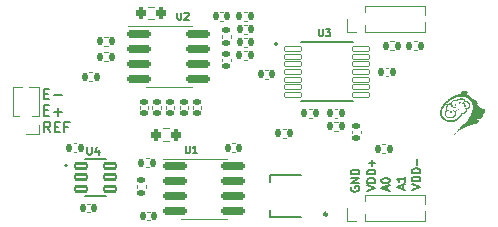
<source format=gto>
%TF.GenerationSoftware,KiCad,Pcbnew,(6.99.0)*%
%TF.CreationDate,2023-04-20T01:20:36-07:00*%
%TF.ProjectId,emg-analog-front-end,656d672d-616e-4616-9c6f-672d66726f6e,rev?*%
%TF.SameCoordinates,Original*%
%TF.FileFunction,Legend,Top*%
%TF.FilePolarity,Positive*%
%FSLAX46Y46*%
G04 Gerber Fmt 4.6, Leading zero omitted, Abs format (unit mm)*
G04 Created by KiCad (PCBNEW (6.99.0)) date 2023-04-20 01:20:36*
%MOMM*%
%LPD*%
G01*
G04 APERTURE LIST*
G04 Aperture macros list*
%AMRoundRect*
0 Rectangle with rounded corners*
0 $1 Rounding radius*
0 $2 $3 $4 $5 $6 $7 $8 $9 X,Y pos of 4 corners*
0 Add a 4 corners polygon primitive as box body*
4,1,4,$2,$3,$4,$5,$6,$7,$8,$9,$2,$3,0*
0 Add four circle primitives for the rounded corners*
1,1,$1+$1,$2,$3*
1,1,$1+$1,$4,$5*
1,1,$1+$1,$6,$7*
1,1,$1+$1,$8,$9*
0 Add four rect primitives between the rounded corners*
20,1,$1+$1,$2,$3,$4,$5,0*
20,1,$1+$1,$4,$5,$6,$7,0*
20,1,$1+$1,$6,$7,$8,$9,0*
20,1,$1+$1,$8,$9,$2,$3,0*%
G04 Aperture macros list end*
%ADD10C,0.175000*%
%ADD11C,0.200000*%
%ADD12C,0.150000*%
%ADD13C,0.127000*%
%ADD14C,0.120000*%
%ADD15C,0.240000*%
%ADD16RoundRect,0.020500X-0.714500X-0.184500X0.714500X-0.184500X0.714500X0.184500X-0.714500X0.184500X0*%
%ADD17RoundRect,0.135000X0.135000X0.185000X-0.135000X0.185000X-0.135000X-0.185000X0.135000X-0.185000X0*%
%ADD18RoundRect,0.135000X-0.135000X-0.185000X0.135000X-0.185000X0.135000X0.185000X-0.135000X0.185000X0*%
%ADD19RoundRect,0.140000X-0.140000X-0.170000X0.140000X-0.170000X0.140000X0.170000X-0.140000X0.170000X0*%
%ADD20RoundRect,0.140000X0.170000X-0.140000X0.170000X0.140000X-0.170000X0.140000X-0.170000X-0.140000X0*%
%ADD21RoundRect,0.200000X-0.200000X-0.275000X0.200000X-0.275000X0.200000X0.275000X-0.200000X0.275000X0*%
%ADD22RoundRect,0.090000X-0.520000X-0.210000X0.520000X-0.210000X0.520000X0.210000X-0.520000X0.210000X0*%
%ADD23RoundRect,0.140000X-0.170000X0.140000X-0.170000X-0.140000X0.170000X-0.140000X0.170000X0.140000X0*%
%ADD24C,2.200000*%
%ADD25R,1.000000X1.000000*%
%ADD26O,1.000000X1.000000*%
%ADD27C,3.500000*%
%ADD28RoundRect,0.140000X0.140000X0.170000X-0.140000X0.170000X-0.140000X-0.170000X0.140000X-0.170000X0*%
%ADD29RoundRect,0.150000X-0.825000X-0.150000X0.825000X-0.150000X0.825000X0.150000X-0.825000X0.150000X0*%
%ADD30RoundRect,0.135000X0.185000X-0.135000X0.185000X0.135000X-0.185000X0.135000X-0.185000X-0.135000X0*%
%ADD31R,1.200000X1.200000*%
%ADD32R,1.500000X1.600000*%
G04 APERTURE END LIST*
D10*
X33916666Y-16400000D02*
X33916666Y-16066666D01*
X34116666Y-16466666D02*
X33416666Y-16233333D01*
X34116666Y-16000000D01*
X34116666Y-15400000D02*
X34116666Y-15800000D01*
X34116666Y-15600000D02*
X33416666Y-15600000D01*
X33516666Y-15666666D01*
X33583333Y-15733333D01*
X33616666Y-15800000D01*
X30916666Y-16566666D02*
X31616666Y-16333333D01*
X30916666Y-16100000D01*
X31616666Y-15866666D02*
X30916666Y-15866666D01*
X30916666Y-15700000D01*
X30950000Y-15600000D01*
X31016666Y-15533333D01*
X31083333Y-15500000D01*
X31216666Y-15466666D01*
X31316666Y-15466666D01*
X31450000Y-15500000D01*
X31516666Y-15533333D01*
X31583333Y-15600000D01*
X31616666Y-15700000D01*
X31616666Y-15866666D01*
X31616666Y-15166666D02*
X30916666Y-15166666D01*
X30916666Y-15000000D01*
X30950000Y-14900000D01*
X31016666Y-14833333D01*
X31083333Y-14800000D01*
X31216666Y-14766666D01*
X31316666Y-14766666D01*
X31450000Y-14800000D01*
X31516666Y-14833333D01*
X31583333Y-14900000D01*
X31616666Y-15000000D01*
X31616666Y-15166666D01*
X31350000Y-14466666D02*
X31350000Y-13933333D01*
X31616666Y-14200000D02*
X31083333Y-14200000D01*
X32616666Y-16500000D02*
X32616666Y-16166666D01*
X32816666Y-16566666D02*
X32116666Y-16333333D01*
X32816666Y-16100000D01*
X32116666Y-15733333D02*
X32116666Y-15666666D01*
X32150000Y-15600000D01*
X32183333Y-15566666D01*
X32250000Y-15533333D01*
X32383333Y-15500000D01*
X32550000Y-15500000D01*
X32683333Y-15533333D01*
X32750000Y-15566666D01*
X32783333Y-15600000D01*
X32816666Y-15666666D01*
X32816666Y-15733333D01*
X32783333Y-15800000D01*
X32750000Y-15833333D01*
X32683333Y-15866666D01*
X32550000Y-15900000D01*
X32383333Y-15900000D01*
X32250000Y-15866666D01*
X32183333Y-15833333D01*
X32150000Y-15800000D01*
X32116666Y-15733333D01*
X34716666Y-16466666D02*
X35416666Y-16233333D01*
X34716666Y-16000000D01*
X35416666Y-15766666D02*
X34716666Y-15766666D01*
X34716666Y-15600000D01*
X34750000Y-15500000D01*
X34816666Y-15433333D01*
X34883333Y-15400000D01*
X35016666Y-15366666D01*
X35116666Y-15366666D01*
X35250000Y-15400000D01*
X35316666Y-15433333D01*
X35383333Y-15500000D01*
X35416666Y-15600000D01*
X35416666Y-15766666D01*
X35416666Y-15066666D02*
X34716666Y-15066666D01*
X34716666Y-14900000D01*
X34750000Y-14800000D01*
X34816666Y-14733333D01*
X34883333Y-14700000D01*
X35016666Y-14666666D01*
X35116666Y-14666666D01*
X35250000Y-14700000D01*
X35316666Y-14733333D01*
X35383333Y-14800000D01*
X35416666Y-14900000D01*
X35416666Y-15066666D01*
X35150000Y-14366666D02*
X35150000Y-13833333D01*
D11*
X3550000Y-8335714D02*
X3850000Y-8335714D01*
X3978571Y-8807142D02*
X3550000Y-8807142D01*
X3550000Y-7907142D01*
X3978571Y-7907142D01*
X4364285Y-8464285D02*
X5050000Y-8464285D01*
D10*
X29550000Y-16233333D02*
X29516666Y-16300000D01*
X29516666Y-16400000D01*
X29550000Y-16500000D01*
X29616666Y-16566666D01*
X29683333Y-16600000D01*
X29816666Y-16633333D01*
X29916666Y-16633333D01*
X30050000Y-16600000D01*
X30116666Y-16566666D01*
X30183333Y-16500000D01*
X30216666Y-16400000D01*
X30216666Y-16333333D01*
X30183333Y-16233333D01*
X30150000Y-16200000D01*
X29916666Y-16200000D01*
X29916666Y-16333333D01*
X30216666Y-15900000D02*
X29516666Y-15900000D01*
X30216666Y-15500000D01*
X29516666Y-15500000D01*
X30216666Y-15166666D02*
X29516666Y-15166666D01*
X29516666Y-15000000D01*
X29550000Y-14900000D01*
X29616666Y-14833333D01*
X29683333Y-14800000D01*
X29816666Y-14766666D01*
X29916666Y-14766666D01*
X30050000Y-14800000D01*
X30116666Y-14833333D01*
X30183333Y-14900000D01*
X30216666Y-15000000D01*
X30216666Y-15166666D01*
D11*
X4085714Y-11607142D02*
X3785714Y-11178571D01*
X3571428Y-11607142D02*
X3571428Y-10707142D01*
X3914285Y-10707142D01*
X4000000Y-10750000D01*
X4042857Y-10792857D01*
X4085714Y-10878571D01*
X4085714Y-11007142D01*
X4042857Y-11092857D01*
X4000000Y-11135714D01*
X3914285Y-11178571D01*
X3571428Y-11178571D01*
X4471428Y-11135714D02*
X4771428Y-11135714D01*
X4900000Y-11607142D02*
X4471428Y-11607142D01*
X4471428Y-10707142D01*
X4900000Y-10707142D01*
X5585714Y-11135714D02*
X5285714Y-11135714D01*
X5285714Y-11607142D02*
X5285714Y-10707142D01*
X5714285Y-10707142D01*
X3550000Y-9735714D02*
X3850000Y-9735714D01*
X3978571Y-10207142D02*
X3550000Y-10207142D01*
X3550000Y-9307142D01*
X3978571Y-9307142D01*
X4364285Y-9864285D02*
X5050000Y-9864285D01*
X4707142Y-10207142D02*
X4707142Y-9521428D01*
D12*
%TO.C,U3*%
X26842857Y-2871428D02*
X26842857Y-3357142D01*
X26871428Y-3414285D01*
X26900000Y-3442857D01*
X26957142Y-3471428D01*
X27071428Y-3471428D01*
X27128571Y-3442857D01*
X27157142Y-3414285D01*
X27185714Y-3357142D01*
X27185714Y-2871428D01*
X27414285Y-2871428D02*
X27785714Y-2871428D01*
X27585714Y-3100000D01*
X27671428Y-3100000D01*
X27728571Y-3128571D01*
X27757142Y-3157142D01*
X27785714Y-3214285D01*
X27785714Y-3357142D01*
X27757142Y-3414285D01*
X27728571Y-3442857D01*
X27671428Y-3471428D01*
X27500000Y-3471428D01*
X27442857Y-3442857D01*
X27414285Y-3414285D01*
%TO.C,U4*%
X7232380Y-12880773D02*
X7232380Y-13398869D01*
X7262857Y-13459821D01*
X7293333Y-13490297D01*
X7354285Y-13520773D01*
X7476190Y-13520773D01*
X7537142Y-13490297D01*
X7567619Y-13459821D01*
X7598095Y-13398869D01*
X7598095Y-12880773D01*
X8177142Y-13094107D02*
X8177142Y-13520773D01*
X8024761Y-12850297D02*
X7872380Y-13307440D01*
X8268571Y-13307440D01*
%TO.C,U2*%
X14842857Y-1471428D02*
X14842857Y-1957142D01*
X14871428Y-2014285D01*
X14900000Y-2042857D01*
X14957142Y-2071428D01*
X15071428Y-2071428D01*
X15128571Y-2042857D01*
X15157142Y-2014285D01*
X15185714Y-1957142D01*
X15185714Y-1471428D01*
X15442857Y-1528571D02*
X15471428Y-1500000D01*
X15528571Y-1471428D01*
X15671428Y-1471428D01*
X15728571Y-1500000D01*
X15757142Y-1528571D01*
X15785714Y-1585714D01*
X15785714Y-1642857D01*
X15757142Y-1728571D01*
X15414285Y-2071428D01*
X15785714Y-2071428D01*
%TO.C,U1*%
X15542857Y-12771428D02*
X15542857Y-13257142D01*
X15571428Y-13314285D01*
X15600000Y-13342857D01*
X15657142Y-13371428D01*
X15771428Y-13371428D01*
X15828571Y-13342857D01*
X15857142Y-13314285D01*
X15885714Y-13257142D01*
X15885714Y-12771428D01*
X16485714Y-13371428D02*
X16142857Y-13371428D01*
X16314285Y-13371428D02*
X16314285Y-12771428D01*
X16257142Y-12857142D01*
X16200000Y-12914285D01*
X16142857Y-12942857D01*
D11*
%TO.C,U3*%
X23290000Y-4140000D02*
G75*
G03*
X23290000Y-4140000I-100000J0D01*
G01*
D13*
X25330000Y-4000000D02*
X29730000Y-4000000D01*
X25330000Y-9000000D02*
X29730000Y-9000000D01*
D14*
%TO.C,R17*%
X32453641Y-13380000D02*
X32146359Y-13380000D01*
X32453641Y-12620000D02*
X32146359Y-12620000D01*
%TO.C,R16*%
X7653641Y-7280000D02*
X7346359Y-7280000D01*
X7653641Y-6520000D02*
X7346359Y-6520000D01*
%TO.C,R15*%
X23746359Y-11320000D02*
X24053641Y-11320000D01*
X23746359Y-12080000D02*
X24053641Y-12080000D01*
%TO.C,G\u002A\u002A\u002A*%
G36*
X38180340Y-9283884D02*
G01*
X38197353Y-9277653D01*
X38213108Y-9272898D01*
X38228474Y-9269451D01*
X38244319Y-9267142D01*
X38261511Y-9265802D01*
X38275590Y-9265335D01*
X38303333Y-9264828D01*
X38307877Y-9255608D01*
X38314512Y-9245111D01*
X38323455Y-9235344D01*
X38334088Y-9226792D01*
X38345794Y-9219938D01*
X38357957Y-9215265D01*
X38360120Y-9214699D01*
X38373604Y-9212805D01*
X38387649Y-9213306D01*
X38401483Y-9216074D01*
X38414336Y-9220982D01*
X38421087Y-9224792D01*
X38433039Y-9234141D01*
X38442736Y-9245045D01*
X38450140Y-9257175D01*
X38455213Y-9270203D01*
X38457917Y-9283802D01*
X38458217Y-9297644D01*
X38456072Y-9311400D01*
X38451447Y-9324743D01*
X38444304Y-9337345D01*
X38435218Y-9348264D01*
X38423740Y-9358121D01*
X38411420Y-9365237D01*
X38398038Y-9369696D01*
X38383374Y-9371580D01*
X38374146Y-9371524D01*
X38361404Y-9370072D01*
X38350121Y-9366856D01*
X38339233Y-9361517D01*
X38333337Y-9357757D01*
X38322095Y-9348360D01*
X38312759Y-9336974D01*
X38305616Y-9324054D01*
X38300950Y-9310057D01*
X38299799Y-9303984D01*
X38299159Y-9299457D01*
X38298486Y-9296208D01*
X38297349Y-9294090D01*
X38295316Y-9292953D01*
X38291953Y-9292649D01*
X38286829Y-9293031D01*
X38279511Y-9293951D01*
X38273034Y-9294811D01*
X38246291Y-9299714D01*
X38220751Y-9307223D01*
X38196533Y-9317278D01*
X38173759Y-9329818D01*
X38152548Y-9344782D01*
X38133023Y-9362110D01*
X38126811Y-9368504D01*
X38122191Y-9373552D01*
X38118421Y-9377880D01*
X38115901Y-9381014D01*
X38115028Y-9382460D01*
X38116082Y-9384417D01*
X38118992Y-9387907D01*
X38123386Y-9392557D01*
X38128889Y-9397993D01*
X38135126Y-9403840D01*
X38141724Y-9409726D01*
X38145848Y-9413244D01*
X38171286Y-9432633D01*
X38198708Y-9449938D01*
X38227981Y-9465106D01*
X38258973Y-9478085D01*
X38291550Y-9488823D01*
X38325579Y-9497267D01*
X38360928Y-9503366D01*
X38381767Y-9505787D01*
X38388630Y-9506516D01*
X38394286Y-9507249D01*
X38398174Y-9507903D01*
X38399737Y-9508396D01*
X38399745Y-9508424D01*
X38398380Y-9509154D01*
X38394608Y-9510277D01*
X38388914Y-9511686D01*
X38381784Y-9513274D01*
X38373702Y-9514932D01*
X38365154Y-9516554D01*
X38356626Y-9518031D01*
X38355717Y-9518179D01*
X38346956Y-9519245D01*
X38335897Y-9520046D01*
X38323162Y-9520585D01*
X38309377Y-9520862D01*
X38295165Y-9520877D01*
X38281150Y-9520630D01*
X38267958Y-9520123D01*
X38256211Y-9519356D01*
X38246535Y-9518328D01*
X38244912Y-9518093D01*
X38232275Y-9515849D01*
X38218095Y-9512816D01*
X38203331Y-9509236D01*
X38188943Y-9505350D01*
X38175890Y-9501399D01*
X38168596Y-9498917D01*
X38155198Y-9493600D01*
X38140458Y-9486909D01*
X38125312Y-9479320D01*
X38110698Y-9471304D01*
X38097554Y-9463338D01*
X38095215Y-9461813D01*
X38070049Y-9443555D01*
X38047231Y-9423638D01*
X38026811Y-9402135D01*
X38008839Y-9379121D01*
X37993363Y-9354671D01*
X37980434Y-9328858D01*
X37970101Y-9301756D01*
X37962414Y-9273440D01*
X37959595Y-9258948D01*
X37958388Y-9251322D01*
X37957405Y-9244116D01*
X37956749Y-9238168D01*
X37956526Y-9234456D01*
X37956221Y-9230581D01*
X37955453Y-9228296D01*
X37955033Y-9228035D01*
X37953135Y-9228479D01*
X37949049Y-9229689D01*
X37943368Y-9231482D01*
X37936681Y-9233678D01*
X37936321Y-9233798D01*
X37905588Y-9245469D01*
X37876705Y-9259334D01*
X37849448Y-9275533D01*
X37823594Y-9294205D01*
X37798920Y-9315486D01*
X37789193Y-9324898D01*
X37771723Y-9343279D01*
X37756499Y-9361414D01*
X37742999Y-9380028D01*
X37730697Y-9399844D01*
X37719069Y-9421585D01*
X37718953Y-9421817D01*
X37707526Y-9446733D01*
X37698484Y-9471094D01*
X37691588Y-9495660D01*
X37686596Y-9521190D01*
X37685736Y-9526968D01*
X37684709Y-9536827D01*
X37684057Y-9548651D01*
X37683770Y-9561718D01*
X37683837Y-9575306D01*
X37684247Y-9588695D01*
X37684990Y-9601162D01*
X37686056Y-9611986D01*
X37687088Y-9618744D01*
X37692415Y-9641557D01*
X37699612Y-9663972D01*
X37708363Y-9685078D01*
X37713929Y-9696182D01*
X37717219Y-9702033D01*
X37721154Y-9708624D01*
X37725398Y-9715441D01*
X37729616Y-9721968D01*
X37733473Y-9727689D01*
X37736634Y-9732090D01*
X37738763Y-9734656D01*
X37739203Y-9735025D01*
X37741164Y-9735501D01*
X37745400Y-9736126D01*
X37751262Y-9736813D01*
X37757217Y-9737398D01*
X37781889Y-9740188D01*
X37804911Y-9744049D01*
X37826790Y-9749155D01*
X37848036Y-9755681D01*
X37869158Y-9763800D01*
X37890663Y-9773686D01*
X37913062Y-9785513D01*
X37934394Y-9797954D01*
X37957025Y-9811661D01*
X37963013Y-9808351D01*
X37973383Y-9803968D01*
X37985390Y-9801106D01*
X37998095Y-9799879D01*
X38010559Y-9800398D01*
X38018166Y-9801745D01*
X38032085Y-9806579D01*
X38044759Y-9813888D01*
X38055904Y-9823372D01*
X38065235Y-9834732D01*
X38072469Y-9847670D01*
X38077321Y-9861887D01*
X38077932Y-9864622D01*
X38079422Y-9878929D01*
X38078169Y-9893202D01*
X38074344Y-9907030D01*
X38068116Y-9920004D01*
X38059652Y-9931712D01*
X38049123Y-9941742D01*
X38044948Y-9944803D01*
X38033844Y-9951395D01*
X38022900Y-9955677D01*
X38011054Y-9958008D01*
X38004139Y-9958570D01*
X37988627Y-9958147D01*
X37974525Y-9955200D01*
X37961612Y-9949644D01*
X37949670Y-9941395D01*
X37943068Y-9935310D01*
X37933359Y-9923511D01*
X37926212Y-9910491D01*
X37921705Y-9896554D01*
X37919920Y-9882009D01*
X37920001Y-9880820D01*
X37951410Y-9880820D01*
X37952931Y-9891710D01*
X37956976Y-9902259D01*
X37961616Y-9909550D01*
X37968250Y-9916232D01*
X37976966Y-9921954D01*
X37984851Y-9925450D01*
X37993431Y-9927305D01*
X38003117Y-9927458D01*
X38012663Y-9925964D01*
X38018744Y-9923905D01*
X38026364Y-9919374D01*
X38033796Y-9912936D01*
X38040069Y-9905511D01*
X38042858Y-9900995D01*
X38044745Y-9897034D01*
X38045909Y-9893317D01*
X38046518Y-9888918D01*
X38046742Y-9882908D01*
X38046762Y-9879656D01*
X38046654Y-9872513D01*
X38046200Y-9867364D01*
X38045244Y-9863278D01*
X38043629Y-9859319D01*
X38043228Y-9858489D01*
X38036980Y-9848999D01*
X38028435Y-9840917D01*
X38020784Y-9836058D01*
X38016551Y-9834029D01*
X38012689Y-9832804D01*
X38008194Y-9832187D01*
X38002065Y-9831982D01*
X37999820Y-9831972D01*
X37992940Y-9832088D01*
X37987940Y-9832585D01*
X37983774Y-9833660D01*
X37979392Y-9835512D01*
X37978304Y-9836038D01*
X37968646Y-9842295D01*
X37961031Y-9850325D01*
X37955556Y-9859704D01*
X37952317Y-9870010D01*
X37951410Y-9880820D01*
X37920001Y-9880820D01*
X37920936Y-9867160D01*
X37922884Y-9858376D01*
X37924350Y-9853046D01*
X37925496Y-9848699D01*
X37926087Y-9846226D01*
X37926101Y-9846149D01*
X37925012Y-9844563D01*
X37921637Y-9841858D01*
X37916310Y-9838236D01*
X37909366Y-9833900D01*
X37901138Y-9829050D01*
X37891964Y-9823889D01*
X37882175Y-9818618D01*
X37872108Y-9813440D01*
X37870768Y-9812770D01*
X37851389Y-9803814D01*
X37832394Y-9796552D01*
X37813045Y-9790772D01*
X37792602Y-9786265D01*
X37770327Y-9782820D01*
X37761979Y-9781829D01*
X37739877Y-9779382D01*
X37720019Y-9791878D01*
X37703273Y-9802775D01*
X37688585Y-9813162D01*
X37675270Y-9823567D01*
X37662641Y-9834517D01*
X37653691Y-9842937D01*
X37633423Y-9864283D01*
X37615976Y-9886329D01*
X37601299Y-9909163D01*
X37589341Y-9932875D01*
X37580052Y-9957552D01*
X37573380Y-9983284D01*
X37573183Y-9984256D01*
X37571119Y-9997922D01*
X37569925Y-10013389D01*
X37569598Y-10029699D01*
X37570136Y-10045896D01*
X37571539Y-10061025D01*
X37573324Y-10071914D01*
X37580227Y-10098165D01*
X37589916Y-10123675D01*
X37602289Y-10148231D01*
X37617244Y-10171619D01*
X37627347Y-10184920D01*
X37634328Y-10192996D01*
X37643045Y-10202207D01*
X37652867Y-10211952D01*
X37663165Y-10221627D01*
X37673306Y-10230632D01*
X37682663Y-10238363D01*
X37685810Y-10240788D01*
X37712882Y-10259375D01*
X37741979Y-10275974D01*
X37772859Y-10290466D01*
X37805286Y-10302732D01*
X37820158Y-10307447D01*
X37844751Y-10314046D01*
X37870067Y-10319438D01*
X37895556Y-10323559D01*
X37920666Y-10326343D01*
X37944844Y-10327728D01*
X37967539Y-10327649D01*
X37984191Y-10326496D01*
X38024226Y-10321186D01*
X38062290Y-10313750D01*
X38098460Y-10304169D01*
X38132810Y-10292420D01*
X38165417Y-10278482D01*
X38174467Y-10274074D01*
X38204611Y-10257627D01*
X38232218Y-10239765D01*
X38257276Y-10220496D01*
X38279775Y-10199833D01*
X38299703Y-10177783D01*
X38317052Y-10154359D01*
X38331809Y-10129569D01*
X38336621Y-10120032D01*
X38342579Y-10107065D01*
X38347304Y-10095285D01*
X38351182Y-10083567D01*
X38354599Y-10070785D01*
X38356782Y-10061247D01*
X38358117Y-10054872D01*
X38359112Y-10049293D01*
X38359819Y-10043885D01*
X38360288Y-10038026D01*
X38360568Y-10031090D01*
X38360710Y-10022455D01*
X38360764Y-10011741D01*
X38360749Y-10000536D01*
X38360619Y-9991644D01*
X38360333Y-9984442D01*
X38359847Y-9978310D01*
X38359118Y-9972624D01*
X38358105Y-9966765D01*
X38357468Y-9963522D01*
X38350266Y-9935265D01*
X38340204Y-9907574D01*
X38327312Y-9880492D01*
X38311616Y-9854059D01*
X38293147Y-9828317D01*
X38271931Y-9803307D01*
X38247998Y-9779070D01*
X38221376Y-9755649D01*
X38206909Y-9744136D01*
X38200516Y-9739199D01*
X38194735Y-9734709D01*
X38190071Y-9731060D01*
X38187025Y-9728645D01*
X38186362Y-9728103D01*
X38184373Y-9726329D01*
X38184692Y-9725880D01*
X38187601Y-9726394D01*
X38187675Y-9726409D01*
X38194105Y-9728049D01*
X38202551Y-9730685D01*
X38212366Y-9734078D01*
X38222904Y-9737988D01*
X38233519Y-9742173D01*
X38243564Y-9746395D01*
X38252394Y-9750414D01*
X38252693Y-9750557D01*
X38277396Y-9763308D01*
X38299769Y-9776745D01*
X38320406Y-9791279D01*
X38339900Y-9807324D01*
X38355922Y-9822367D01*
X38374472Y-9840764D01*
X38387476Y-9823215D01*
X38394626Y-9814163D01*
X38403488Y-9803877D01*
X38413503Y-9792935D01*
X38424110Y-9781917D01*
X38434752Y-9771400D01*
X38444867Y-9761962D01*
X38453897Y-9754183D01*
X38455515Y-9752884D01*
X38479101Y-9735377D01*
X38503356Y-9719748D01*
X38528949Y-9705606D01*
X38556550Y-9692561D01*
X38565219Y-9688846D01*
X38567095Y-9687698D01*
X38568092Y-9685732D01*
X38568208Y-9684650D01*
X38599811Y-9684650D01*
X38601135Y-9695513D01*
X38603962Y-9703760D01*
X38610252Y-9714028D01*
X38618290Y-9722081D01*
X38627768Y-9727799D01*
X38638379Y-9731061D01*
X38649813Y-9731745D01*
X38661762Y-9729733D01*
X38666442Y-9728211D01*
X38674655Y-9723810D01*
X38682317Y-9717175D01*
X38688709Y-9708999D01*
X38691534Y-9703866D01*
X38694794Y-9693688D01*
X38695732Y-9682658D01*
X38694348Y-9671719D01*
X38691534Y-9663593D01*
X38685262Y-9653464D01*
X38677065Y-9645416D01*
X38667264Y-9639656D01*
X38656183Y-9636388D01*
X38647772Y-9635693D01*
X38635980Y-9637080D01*
X38625243Y-9641104D01*
X38615882Y-9647560D01*
X38608219Y-9656243D01*
X38604011Y-9663593D01*
X38600770Y-9673692D01*
X38599811Y-9684650D01*
X38568208Y-9684650D01*
X38568476Y-9682141D01*
X38568521Y-9678779D01*
X38569732Y-9667821D01*
X38573132Y-9656210D01*
X38578370Y-9644761D01*
X38585093Y-9634291D01*
X38590260Y-9628225D01*
X38599059Y-9620582D01*
X38609554Y-9613788D01*
X38620509Y-9608624D01*
X38622432Y-9607929D01*
X38633008Y-9605401D01*
X38644985Y-9604338D01*
X38657221Y-9604739D01*
X38668572Y-9606604D01*
X38673112Y-9607929D01*
X38687073Y-9614194D01*
X38699248Y-9622659D01*
X38709451Y-9633065D01*
X38717499Y-9645153D01*
X38723208Y-9658664D01*
X38726393Y-9673340D01*
X38727023Y-9683730D01*
X38725638Y-9699042D01*
X38721606Y-9713364D01*
X38715110Y-9726438D01*
X38706335Y-9738003D01*
X38695465Y-9747802D01*
X38682685Y-9755574D01*
X38673112Y-9759530D01*
X38662751Y-9762017D01*
X38650984Y-9763101D01*
X38638943Y-9762782D01*
X38627760Y-9761058D01*
X38622663Y-9759607D01*
X38608990Y-9753479D01*
X38596807Y-9745121D01*
X38586527Y-9734857D01*
X38580733Y-9726791D01*
X38575452Y-9718236D01*
X38567217Y-9722900D01*
X38541660Y-9738533D01*
X38517281Y-9755746D01*
X38494337Y-9774288D01*
X38473087Y-9793908D01*
X38453787Y-9814354D01*
X38436695Y-9835376D01*
X38422069Y-9856722D01*
X38412206Y-9874077D01*
X38406489Y-9885184D01*
X38415552Y-9902718D01*
X38428047Y-9929486D01*
X38437732Y-9956145D01*
X38444693Y-9983071D01*
X38449016Y-10010640D01*
X38450787Y-10039225D01*
X38450676Y-10056504D01*
X38448759Y-10084338D01*
X38444630Y-10111014D01*
X38438155Y-10137061D01*
X38429200Y-10163009D01*
X38417631Y-10189389D01*
X38416594Y-10191524D01*
X38401394Y-10219294D01*
X38383596Y-10245919D01*
X38363352Y-10271277D01*
X38340815Y-10295249D01*
X38316135Y-10317715D01*
X38289466Y-10338552D01*
X38260960Y-10357642D01*
X38230768Y-10374864D01*
X38199044Y-10390096D01*
X38165938Y-10403218D01*
X38137720Y-10412364D01*
X38110772Y-10419518D01*
X38083827Y-10425156D01*
X38056133Y-10429399D01*
X38026939Y-10432371D01*
X38007159Y-10433661D01*
X37998040Y-10433934D01*
X37986598Y-10433954D01*
X37973430Y-10433749D01*
X37959137Y-10433341D01*
X37944315Y-10432758D01*
X37929563Y-10432023D01*
X37915481Y-10431163D01*
X37902666Y-10430203D01*
X37891718Y-10429167D01*
X37886814Y-10428588D01*
X37846765Y-10422054D01*
X37807744Y-10412987D01*
X37769902Y-10401448D01*
X37733387Y-10387498D01*
X37698347Y-10371198D01*
X37664931Y-10352609D01*
X37633288Y-10331792D01*
X37612370Y-10316004D01*
X37602705Y-10307885D01*
X37591942Y-10298157D01*
X37580689Y-10287421D01*
X37569556Y-10276283D01*
X37559150Y-10265345D01*
X37550080Y-10255210D01*
X37545313Y-10249495D01*
X37525577Y-10222780D01*
X37508534Y-10195156D01*
X37494208Y-10166737D01*
X37482620Y-10137640D01*
X37473794Y-10107981D01*
X37467753Y-10077877D01*
X37464519Y-10047443D01*
X37464115Y-10016797D01*
X37466563Y-9986053D01*
X37471887Y-9955330D01*
X37480108Y-9924742D01*
X37481217Y-9921309D01*
X37492396Y-9891810D01*
X37506201Y-9863391D01*
X37522667Y-9836003D01*
X37541828Y-9809598D01*
X37563719Y-9784125D01*
X37588376Y-9759537D01*
X37607558Y-9742606D01*
X37615954Y-9735546D01*
X37612950Y-9729657D01*
X37608146Y-9719249D01*
X37603155Y-9706666D01*
X37598219Y-9692640D01*
X37593575Y-9677901D01*
X37589464Y-9663179D01*
X37586125Y-9649205D01*
X37585370Y-9645572D01*
X37583278Y-9634684D01*
X37581658Y-9625061D01*
X37580455Y-9616047D01*
X37579613Y-9606984D01*
X37579077Y-9597217D01*
X37578791Y-9586088D01*
X37578699Y-9572943D01*
X37578703Y-9567054D01*
X37578776Y-9554265D01*
X37578952Y-9543804D01*
X37579266Y-9535065D01*
X37579751Y-9527442D01*
X37580444Y-9520328D01*
X37581380Y-9513117D01*
X37582069Y-9508506D01*
X37589082Y-9472756D01*
X37598848Y-9437909D01*
X37611292Y-9404078D01*
X37626341Y-9371372D01*
X37643921Y-9339903D01*
X37663960Y-9309782D01*
X37686384Y-9281118D01*
X37711118Y-9254023D01*
X37738090Y-9228608D01*
X37767225Y-9204982D01*
X37797962Y-9183573D01*
X37807561Y-9177750D01*
X37819217Y-9171259D01*
X37832232Y-9164443D01*
X37845906Y-9157646D01*
X37859542Y-9151212D01*
X37872440Y-9145484D01*
X37883903Y-9140804D01*
X37888273Y-9139180D01*
X37899702Y-9135277D01*
X37912003Y-9131391D01*
X37924418Y-9127737D01*
X37936190Y-9124534D01*
X37946560Y-9121997D01*
X37953103Y-9120637D01*
X37962173Y-9118966D01*
X37969133Y-9102159D01*
X37977787Y-9083447D01*
X37988436Y-9064011D01*
X38000570Y-9044659D01*
X38013679Y-9026198D01*
X38027254Y-9009437D01*
X38028611Y-9007893D01*
X38053480Y-8981977D01*
X38080115Y-8958393D01*
X38108522Y-8937138D01*
X38138710Y-8918207D01*
X38170686Y-8901596D01*
X38204460Y-8887299D01*
X38240038Y-8875314D01*
X38277429Y-8865634D01*
X38288151Y-8863351D01*
X38302859Y-8860550D01*
X38316604Y-8858372D01*
X38330092Y-8856757D01*
X38344026Y-8855639D01*
X38359109Y-8854958D01*
X38376046Y-8854649D01*
X38385803Y-8854614D01*
X38404765Y-8854786D01*
X38421528Y-8855335D01*
X38436816Y-8856336D01*
X38451349Y-8857865D01*
X38465851Y-8859995D01*
X38481042Y-8862803D01*
X38496776Y-8866168D01*
X38512006Y-8869591D01*
X38529849Y-8852345D01*
X38554534Y-8830420D01*
X38580907Y-8810773D01*
X38609168Y-8793264D01*
X38632362Y-8781143D01*
X38665023Y-8766888D01*
X38698894Y-8755098D01*
X38733742Y-8745764D01*
X38769335Y-8738878D01*
X38805441Y-8734432D01*
X38841828Y-8732418D01*
X38878263Y-8732827D01*
X38914516Y-8735650D01*
X38950352Y-8740881D01*
X38985541Y-8748510D01*
X39019850Y-8758529D01*
X39053048Y-8770931D01*
X39084901Y-8785706D01*
X39107209Y-8798008D01*
X39132395Y-8814318D01*
X39155965Y-8832417D01*
X39177698Y-8852072D01*
X39197372Y-8873053D01*
X39214769Y-8895125D01*
X39229667Y-8918059D01*
X39239955Y-8937537D01*
X39245825Y-8949922D01*
X39281048Y-8949999D01*
X39296620Y-8950153D01*
X39310017Y-8950599D01*
X39321988Y-8951424D01*
X39333285Y-8952715D01*
X39344660Y-8954558D01*
X39356865Y-8957041D01*
X39370650Y-8960248D01*
X39371306Y-8960408D01*
X39400096Y-8968682D01*
X39428808Y-8979372D01*
X39456888Y-8992206D01*
X39483782Y-9006914D01*
X39508934Y-9023223D01*
X39526255Y-9036288D01*
X39547248Y-9054910D01*
X39567193Y-9075944D01*
X39585742Y-9098953D01*
X39602548Y-9123499D01*
X39617261Y-9149142D01*
X39619631Y-9153782D01*
X39630294Y-9177146D01*
X39638936Y-9200847D01*
X39645802Y-9225655D01*
X39651124Y-9252251D01*
X39652234Y-9261111D01*
X39653058Y-9272253D01*
X39653594Y-9285035D01*
X39653843Y-9298820D01*
X39653806Y-9312966D01*
X39653483Y-9326834D01*
X39652874Y-9339785D01*
X39651979Y-9351178D01*
X39651071Y-9358653D01*
X39644805Y-9391065D01*
X39635872Y-9422305D01*
X39624320Y-9452285D01*
X39610197Y-9480918D01*
X39593552Y-9508115D01*
X39574432Y-9533789D01*
X39552887Y-9557851D01*
X39529049Y-9580143D01*
X39504080Y-9599706D01*
X39477335Y-9617221D01*
X39449188Y-9632499D01*
X39420013Y-9645351D01*
X39390182Y-9655589D01*
X39369286Y-9661058D01*
X39354791Y-9664364D01*
X39355733Y-9673313D01*
X39356958Y-9688397D01*
X39357613Y-9704310D01*
X39357680Y-9719967D01*
X39357142Y-9734285D01*
X39356744Y-9739499D01*
X39352527Y-9770103D01*
X39345482Y-9800069D01*
X39335667Y-9829313D01*
X39323137Y-9857754D01*
X39307947Y-9885308D01*
X39290153Y-9911894D01*
X39269810Y-9937428D01*
X39246974Y-9961827D01*
X39221701Y-9985010D01*
X39194047Y-10006893D01*
X39164066Y-10027395D01*
X39162171Y-10028594D01*
X39137611Y-10042966D01*
X39110863Y-10056612D01*
X39082644Y-10069224D01*
X39053672Y-10080492D01*
X39024665Y-10090108D01*
X39008805Y-10094621D01*
X39002319Y-10096250D01*
X38994405Y-10098082D01*
X38985625Y-10100004D01*
X38976539Y-10101902D01*
X38967709Y-10103664D01*
X38959695Y-10105178D01*
X38953059Y-10106329D01*
X38948361Y-10107005D01*
X38946626Y-10107136D01*
X38944853Y-10107518D01*
X38943018Y-10108940D01*
X38940791Y-10111813D01*
X38937842Y-10116551D01*
X38934619Y-10122179D01*
X38913250Y-10158910D01*
X38890278Y-10195978D01*
X38866103Y-10232800D01*
X38841124Y-10268793D01*
X38815741Y-10303374D01*
X38790353Y-10335958D01*
X38777637Y-10351494D01*
X38738538Y-10396411D01*
X38698311Y-10438672D01*
X38656973Y-10478265D01*
X38614541Y-10515180D01*
X38571032Y-10549406D01*
X38526463Y-10580933D01*
X38480852Y-10609749D01*
X38434217Y-10635844D01*
X38386573Y-10659207D01*
X38337939Y-10679827D01*
X38288332Y-10697693D01*
X38237768Y-10712796D01*
X38186266Y-10725123D01*
X38176668Y-10727092D01*
X38125807Y-10735770D01*
X38074535Y-10741575D01*
X38022968Y-10744526D01*
X37971221Y-10744636D01*
X37919411Y-10741924D01*
X37867651Y-10736403D01*
X37816059Y-10728092D01*
X37764748Y-10717005D01*
X37713835Y-10703159D01*
X37663434Y-10686570D01*
X37613662Y-10667253D01*
X37564634Y-10645226D01*
X37555133Y-10640598D01*
X37508542Y-10616127D01*
X37463842Y-10589592D01*
X37420717Y-10560782D01*
X37378849Y-10529489D01*
X37347981Y-10504179D01*
X37339423Y-10496640D01*
X37329377Y-10487377D01*
X37318275Y-10476821D01*
X37306549Y-10465404D01*
X37294629Y-10453556D01*
X37282949Y-10441709D01*
X37271938Y-10430294D01*
X37262029Y-10419742D01*
X37253654Y-10410485D01*
X37250016Y-10406288D01*
X37219278Y-10368097D01*
X37191389Y-10329222D01*
X37166348Y-10289666D01*
X37144159Y-10249433D01*
X37124823Y-10208526D01*
X37108340Y-10166949D01*
X37094714Y-10124705D01*
X37083945Y-10081798D01*
X37076034Y-10038231D01*
X37073574Y-10019813D01*
X37072627Y-10009769D01*
X37071873Y-9997469D01*
X37071317Y-9983525D01*
X37070962Y-9968547D01*
X37070811Y-9953145D01*
X37070870Y-9937930D01*
X37071142Y-9923512D01*
X37071631Y-9910502D01*
X37072341Y-9899510D01*
X37072768Y-9895066D01*
X37076117Y-9869415D01*
X37080554Y-9843564D01*
X37086207Y-9816892D01*
X37093204Y-9788776D01*
X37098793Y-9768520D01*
X37114499Y-9718155D01*
X37132992Y-9667165D01*
X37154215Y-9615646D01*
X37178109Y-9563693D01*
X37204618Y-9511402D01*
X37233682Y-9458868D01*
X37265244Y-9406186D01*
X37299247Y-9353452D01*
X37335631Y-9300761D01*
X37374340Y-9248209D01*
X37415315Y-9195891D01*
X37458499Y-9143903D01*
X37503833Y-9092339D01*
X37519894Y-9074739D01*
X37530985Y-9062866D01*
X37543818Y-9049412D01*
X37557979Y-9034791D01*
X37573057Y-9019417D01*
X37588639Y-9003703D01*
X37604313Y-8988063D01*
X37619666Y-8972911D01*
X37634286Y-8958660D01*
X37647760Y-8945724D01*
X37659677Y-8934516D01*
X37660068Y-8934154D01*
X37716773Y-8883112D01*
X37774515Y-8834104D01*
X37833191Y-8787184D01*
X37892702Y-8742408D01*
X37952945Y-8699830D01*
X38013819Y-8659507D01*
X38075224Y-8621493D01*
X38137057Y-8585844D01*
X38199219Y-8552614D01*
X38261607Y-8521859D01*
X38324121Y-8493635D01*
X38386659Y-8467995D01*
X38449121Y-8444997D01*
X38511405Y-8424694D01*
X38573409Y-8407142D01*
X38635033Y-8392396D01*
X38663660Y-8386486D01*
X38697480Y-8380204D01*
X38729679Y-8374966D01*
X38761321Y-8370625D01*
X38793468Y-8367034D01*
X38824256Y-8364279D01*
X38833240Y-8363549D01*
X38841155Y-8362885D01*
X38847563Y-8362326D01*
X38852024Y-8361911D01*
X38854100Y-8361678D01*
X38854194Y-8361654D01*
X38853986Y-8360219D01*
X38853241Y-8356591D01*
X38852098Y-8351435D01*
X38851524Y-8348934D01*
X38849947Y-8340018D01*
X38848751Y-8328985D01*
X38847955Y-8316634D01*
X38847580Y-8303762D01*
X38847646Y-8291165D01*
X38848174Y-8279642D01*
X38849184Y-8269988D01*
X38849469Y-8268216D01*
X38854687Y-8245826D01*
X38862254Y-8225132D01*
X38872181Y-8206127D01*
X38884476Y-8188804D01*
X38899149Y-8173156D01*
X38916208Y-8159176D01*
X38935663Y-8146857D01*
X38957522Y-8136193D01*
X38981795Y-8127176D01*
X39008491Y-8119800D01*
X39037619Y-8114056D01*
X39054428Y-8111623D01*
X39063787Y-8110703D01*
X39075544Y-8109983D01*
X39089168Y-8109462D01*
X39104126Y-8109140D01*
X39119889Y-8109018D01*
X39135925Y-8109095D01*
X39151703Y-8109371D01*
X39166692Y-8109846D01*
X39180361Y-8110519D01*
X39192180Y-8111390D01*
X39195192Y-8111680D01*
X39226827Y-8115638D01*
X39255795Y-8120750D01*
X39282141Y-8127039D01*
X39305908Y-8134530D01*
X39327139Y-8143246D01*
X39345877Y-8153211D01*
X39362165Y-8164449D01*
X39376048Y-8176985D01*
X39387567Y-8190842D01*
X39396767Y-8206044D01*
X39403691Y-8222615D01*
X39405355Y-8227939D01*
X39406645Y-8232755D01*
X39407564Y-8237299D01*
X39408170Y-8242229D01*
X39408525Y-8248200D01*
X39408689Y-8255870D01*
X39408723Y-8264547D01*
X39408607Y-8275996D01*
X39408233Y-8285188D01*
X39407554Y-8292790D01*
X39406520Y-8299474D01*
X39406011Y-8301971D01*
X39401505Y-8319323D01*
X39395274Y-8338146D01*
X39387588Y-8357754D01*
X39378717Y-8377465D01*
X39368931Y-8396594D01*
X39368105Y-8398099D01*
X39361805Y-8408988D01*
X39354070Y-8421506D01*
X39345329Y-8435018D01*
X39336011Y-8448888D01*
X39326546Y-8462480D01*
X39317363Y-8475157D01*
X39308891Y-8486282D01*
X39306866Y-8488833D01*
X39301619Y-8495401D01*
X39297075Y-8501143D01*
X39293528Y-8505683D01*
X39291272Y-8508645D01*
X39290587Y-8509650D01*
X39291761Y-8509212D01*
X39294904Y-8507595D01*
X39299450Y-8505097D01*
X39301961Y-8503674D01*
X39323974Y-8492475D01*
X39346510Y-8483678D01*
X39369305Y-8477314D01*
X39392097Y-8473411D01*
X39414622Y-8472001D01*
X39436617Y-8473113D01*
X39457820Y-8476778D01*
X39477966Y-8483024D01*
X39479176Y-8483497D01*
X39495320Y-8490767D01*
X39510549Y-8499502D01*
X39525164Y-8509950D01*
X39539464Y-8522362D01*
X39553750Y-8536986D01*
X39568323Y-8554072D01*
X39576057Y-8563940D01*
X39586564Y-8576639D01*
X39599388Y-8590359D01*
X39614214Y-8604817D01*
X39630729Y-8619731D01*
X39648618Y-8634818D01*
X39667568Y-8649796D01*
X39687265Y-8664384D01*
X39689800Y-8666191D01*
X39701442Y-8674362D01*
X39713262Y-8682457D01*
X39725455Y-8690595D01*
X39738213Y-8698893D01*
X39751733Y-8707467D01*
X39766207Y-8716435D01*
X39781829Y-8725915D01*
X39798795Y-8736024D01*
X39817298Y-8746879D01*
X39837531Y-8758597D01*
X39859690Y-8771297D01*
X39883969Y-8785094D01*
X39910561Y-8800107D01*
X39922496Y-8806820D01*
X39948540Y-8821485D01*
X39972193Y-8834877D01*
X39993649Y-8847112D01*
X40013100Y-8858307D01*
X40030741Y-8868580D01*
X40046764Y-8878048D01*
X40061363Y-8886828D01*
X40074731Y-8895038D01*
X40087063Y-8902794D01*
X40098550Y-8910214D01*
X40109388Y-8917416D01*
X40119768Y-8924516D01*
X40129885Y-8931633D01*
X40138134Y-8937573D01*
X40160480Y-8954578D01*
X40180116Y-8971196D01*
X40197207Y-8987642D01*
X40211916Y-9004130D01*
X40224406Y-9020877D01*
X40234842Y-9038097D01*
X40243387Y-9056005D01*
X40250205Y-9074817D01*
X40254527Y-9090671D01*
X40255884Y-9096651D01*
X40256882Y-9101897D01*
X40257577Y-9107048D01*
X40258021Y-9112743D01*
X40258270Y-9119623D01*
X40258377Y-9128325D01*
X40258397Y-9136309D01*
X40258288Y-9149413D01*
X40257877Y-9160408D01*
X40257061Y-9170115D01*
X40255731Y-9179352D01*
X40253784Y-9188942D01*
X40251113Y-9199703D01*
X40249406Y-9206021D01*
X40245875Y-9217563D01*
X40241387Y-9230244D01*
X40236211Y-9243449D01*
X40230613Y-9256563D01*
X40224862Y-9268972D01*
X40219223Y-9280060D01*
X40213966Y-9289212D01*
X40211758Y-9292591D01*
X40208229Y-9297707D01*
X40234088Y-9311083D01*
X40277784Y-9334931D01*
X40318870Y-9359940D01*
X40357468Y-9386203D01*
X40393701Y-9413812D01*
X40427691Y-9442859D01*
X40459561Y-9473437D01*
X40482324Y-9497627D01*
X40484029Y-9499459D01*
X40485913Y-9501325D01*
X40488130Y-9503330D01*
X40490834Y-9505579D01*
X40494178Y-9508178D01*
X40498318Y-9511232D01*
X40503406Y-9514847D01*
X40509597Y-9519130D01*
X40517045Y-9524184D01*
X40525904Y-9530116D01*
X40536328Y-9537032D01*
X40548470Y-9545036D01*
X40562485Y-9554235D01*
X40578527Y-9564734D01*
X40596750Y-9576639D01*
X40613545Y-9587601D01*
X40633530Y-9600640D01*
X40651207Y-9612165D01*
X40666725Y-9622271D01*
X40680234Y-9631047D01*
X40691884Y-9638587D01*
X40701824Y-9644982D01*
X40710205Y-9650324D01*
X40717175Y-9654706D01*
X40722885Y-9658219D01*
X40727484Y-9660955D01*
X40731121Y-9663006D01*
X40733947Y-9664464D01*
X40736111Y-9665421D01*
X40737763Y-9665969D01*
X40739052Y-9666201D01*
X40740128Y-9666207D01*
X40741141Y-9666080D01*
X40741228Y-9666066D01*
X40749518Y-9664621D01*
X40759908Y-9662623D01*
X40771650Y-9660230D01*
X40783997Y-9657600D01*
X40796200Y-9654892D01*
X40807511Y-9652263D01*
X40814272Y-9650612D01*
X40824404Y-9648134D01*
X40832252Y-9646416D01*
X40838355Y-9645425D01*
X40843256Y-9645125D01*
X40847494Y-9645482D01*
X40851610Y-9646462D01*
X40855955Y-9647958D01*
X40863014Y-9651699D01*
X40870533Y-9657573D01*
X40877885Y-9664983D01*
X40884443Y-9673335D01*
X40887230Y-9677678D01*
X40891621Y-9686148D01*
X40896065Y-9696583D01*
X40900208Y-9708043D01*
X40903698Y-9719588D01*
X40905160Y-9725413D01*
X40906638Y-9733768D01*
X40907811Y-9744225D01*
X40908647Y-9755964D01*
X40909115Y-9768164D01*
X40909183Y-9780005D01*
X40908818Y-9790667D01*
X40908021Y-9799109D01*
X40905245Y-9814237D01*
X40901307Y-9829237D01*
X40896454Y-9843377D01*
X40890930Y-9855923D01*
X40886063Y-9864524D01*
X40883732Y-9868223D01*
X40882130Y-9871274D01*
X40881087Y-9874389D01*
X40880431Y-9878282D01*
X40879990Y-9883665D01*
X40879594Y-9891250D01*
X40879584Y-9891463D01*
X40877477Y-9911994D01*
X40873266Y-9930972D01*
X40867035Y-9948254D01*
X40858866Y-9963698D01*
X40848843Y-9977163D01*
X40837050Y-9988507D01*
X40823570Y-9997589D01*
X40814619Y-10001929D01*
X40804942Y-10005296D01*
X40793953Y-10007992D01*
X40782991Y-10009741D01*
X40774464Y-10010274D01*
X40765653Y-10010274D01*
X40764240Y-10015777D01*
X40752054Y-10062256D01*
X40740106Y-10105833D01*
X40728386Y-10146531D01*
X40716885Y-10184375D01*
X40705596Y-10219386D01*
X40694508Y-10251590D01*
X40683614Y-10281008D01*
X40672904Y-10307664D01*
X40662369Y-10331581D01*
X40652002Y-10352783D01*
X40641793Y-10371293D01*
X40631732Y-10387133D01*
X40621813Y-10400329D01*
X40616816Y-10406036D01*
X40610696Y-10412179D01*
X40604672Y-10417088D01*
X40598058Y-10421162D01*
X40590168Y-10424802D01*
X40580317Y-10428409D01*
X40576217Y-10429758D01*
X40550372Y-10437537D01*
X40525653Y-10443779D01*
X40501316Y-10448606D01*
X40476618Y-10452139D01*
X40450813Y-10454498D01*
X40423158Y-10455806D01*
X40415291Y-10455995D01*
X40386521Y-10456101D01*
X40359190Y-10455207D01*
X40332648Y-10453236D01*
X40306246Y-10450108D01*
X40279336Y-10445744D01*
X40251269Y-10440066D01*
X40221394Y-10432996D01*
X40217625Y-10432042D01*
X40209288Y-10429972D01*
X40201958Y-10428254D01*
X40196095Y-10426988D01*
X40192160Y-10426272D01*
X40190622Y-10426200D01*
X40190352Y-10428160D01*
X40190751Y-10432375D01*
X40191714Y-10438273D01*
X40193133Y-10445278D01*
X40194905Y-10452815D01*
X40196888Y-10460194D01*
X40204275Y-10481723D01*
X40213441Y-10500994D01*
X40224541Y-10518194D01*
X40237730Y-10533512D01*
X40253164Y-10547132D01*
X40270997Y-10559244D01*
X40285475Y-10567169D01*
X40302998Y-10574879D01*
X40322501Y-10581582D01*
X40343143Y-10587081D01*
X40364081Y-10591177D01*
X40384473Y-10593671D01*
X40400993Y-10594384D01*
X40405365Y-10594610D01*
X40408240Y-10595193D01*
X40408909Y-10595735D01*
X40408321Y-10598646D01*
X40406689Y-10603714D01*
X40404212Y-10610434D01*
X40401091Y-10618306D01*
X40397526Y-10626825D01*
X40393715Y-10635489D01*
X40389858Y-10643795D01*
X40389666Y-10644196D01*
X40372443Y-10676697D01*
X40352580Y-10708130D01*
X40330229Y-10738332D01*
X40305541Y-10767141D01*
X40278669Y-10794393D01*
X40249765Y-10819925D01*
X40218981Y-10843574D01*
X40186468Y-10865177D01*
X40179961Y-10869124D01*
X40151100Y-10885512D01*
X40122669Y-10899852D01*
X40093636Y-10912639D01*
X40071358Y-10921319D01*
X40062760Y-10924429D01*
X40054970Y-10927037D01*
X40047569Y-10929216D01*
X40040138Y-10931040D01*
X40032258Y-10932581D01*
X40023509Y-10933914D01*
X40013473Y-10935110D01*
X40001731Y-10936244D01*
X39987862Y-10937388D01*
X39972843Y-10938515D01*
X39930516Y-10942502D01*
X39886335Y-10948435D01*
X39840271Y-10956321D01*
X39792298Y-10966167D01*
X39742389Y-10977980D01*
X39690516Y-10991768D01*
X39636652Y-11007538D01*
X39580771Y-11025297D01*
X39522844Y-11045052D01*
X39462845Y-11066811D01*
X39400747Y-11090581D01*
X39391853Y-11094083D01*
X39312266Y-11126277D01*
X39235017Y-11159066D01*
X39160198Y-11192407D01*
X39087901Y-11226257D01*
X39018220Y-11260570D01*
X38951246Y-11295304D01*
X38887074Y-11330415D01*
X38870850Y-11339606D01*
X38811547Y-11374320D01*
X38755126Y-11409145D01*
X38701538Y-11444121D01*
X38650728Y-11479290D01*
X38602647Y-11514690D01*
X38557243Y-11550363D01*
X38514463Y-11586350D01*
X38474257Y-11622689D01*
X38436572Y-11659423D01*
X38401358Y-11696590D01*
X38371842Y-11730318D01*
X38351337Y-11754045D01*
X38328786Y-11778925D01*
X38304048Y-11805110D01*
X38278890Y-11830831D01*
X38269165Y-11840558D01*
X38261261Y-11848318D01*
X38255213Y-11854076D01*
X38251058Y-11857801D01*
X38248832Y-11859457D01*
X38248573Y-11859011D01*
X38248721Y-11858734D01*
X38251190Y-11854627D01*
X38255069Y-11848433D01*
X38260129Y-11840501D01*
X38266142Y-11831180D01*
X38272877Y-11820819D01*
X38280108Y-11809767D01*
X38287605Y-11798371D01*
X38295140Y-11786982D01*
X38302484Y-11775947D01*
X38309409Y-11765616D01*
X38315685Y-11756338D01*
X38319427Y-11750864D01*
X38368012Y-11681608D01*
X38417811Y-11613388D01*
X38468665Y-11546393D01*
X38520411Y-11480813D01*
X38572889Y-11416836D01*
X38625937Y-11354653D01*
X38679394Y-11294454D01*
X38733098Y-11236426D01*
X38786889Y-11180761D01*
X38840605Y-11127646D01*
X38888507Y-11082408D01*
X38894343Y-11077013D01*
X38900748Y-11071078D01*
X38906418Y-11065814D01*
X38906852Y-11065410D01*
X38923096Y-11050591D01*
X38941397Y-11034423D01*
X38961385Y-11017211D01*
X38982691Y-10999259D01*
X39004949Y-10980872D01*
X39027788Y-10962356D01*
X39050840Y-10944015D01*
X39073736Y-10926153D01*
X39093193Y-10911279D01*
X39112925Y-10896196D01*
X39130823Y-10882156D01*
X39147375Y-10868734D01*
X39163071Y-10855502D01*
X39178399Y-10842034D01*
X39193849Y-10827903D01*
X39209909Y-10812683D01*
X39227068Y-10795947D01*
X39239319Y-10783778D01*
X39284750Y-10736630D01*
X39329401Y-10686796D01*
X39373147Y-10634450D01*
X39415864Y-10579766D01*
X39457428Y-10522920D01*
X39497714Y-10464086D01*
X39536599Y-10403438D01*
X39573959Y-10341150D01*
X39609668Y-10277398D01*
X39637805Y-10223812D01*
X39668304Y-10161774D01*
X39696408Y-10100113D01*
X39722106Y-10038891D01*
X39745389Y-9978166D01*
X39766247Y-9917999D01*
X39784668Y-9858450D01*
X39800645Y-9799580D01*
X39814165Y-9741449D01*
X39825221Y-9684117D01*
X39833800Y-9627644D01*
X39839894Y-9572091D01*
X39843492Y-9517518D01*
X39844585Y-9463985D01*
X39843162Y-9411552D01*
X39839213Y-9360280D01*
X39832729Y-9310229D01*
X39823699Y-9261459D01*
X39812113Y-9214030D01*
X39808040Y-9199740D01*
X39793198Y-9154553D01*
X39775694Y-9110568D01*
X39755573Y-9067871D01*
X39732878Y-9026545D01*
X39707656Y-8986674D01*
X39679952Y-8948342D01*
X39660598Y-8924249D01*
X39652755Y-8915199D01*
X39643221Y-8904716D01*
X39632499Y-8893316D01*
X39621095Y-8881514D01*
X39609512Y-8869827D01*
X39598255Y-8858770D01*
X39587828Y-8848858D01*
X39579383Y-8841179D01*
X39542761Y-8810546D01*
X39504290Y-8781703D01*
X39463769Y-8754517D01*
X39421002Y-8728854D01*
X39375787Y-8704582D01*
X39373507Y-8703427D01*
X39323599Y-8679851D01*
X39272607Y-8658995D01*
X39220556Y-8640862D01*
X39167473Y-8625457D01*
X39113386Y-8612783D01*
X39058319Y-8602843D01*
X39002300Y-8595640D01*
X38945356Y-8591179D01*
X38887511Y-8589463D01*
X38828794Y-8590495D01*
X38769230Y-8594279D01*
X38708846Y-8600818D01*
X38655584Y-8608764D01*
X38592769Y-8620733D01*
X38529648Y-8635579D01*
X38466307Y-8653272D01*
X38402829Y-8673781D01*
X38339299Y-8697075D01*
X38275801Y-8723121D01*
X38212418Y-8751890D01*
X38149236Y-8783350D01*
X38086339Y-8817469D01*
X38075403Y-8823691D01*
X38040029Y-8844509D01*
X38003859Y-8866852D01*
X37967394Y-8890376D01*
X37931133Y-8914737D01*
X37895578Y-8939591D01*
X37861229Y-8964593D01*
X37828585Y-8989401D01*
X37798149Y-9013670D01*
X37793770Y-9017271D01*
X37773374Y-9034226D01*
X37754860Y-9049867D01*
X37737753Y-9064626D01*
X37721576Y-9078933D01*
X37705852Y-9093221D01*
X37690103Y-9107919D01*
X37673853Y-9123460D01*
X37656626Y-9140274D01*
X37644658Y-9152111D01*
X37629181Y-9167545D01*
X37615500Y-9181332D01*
X37603268Y-9193835D01*
X37592143Y-9205416D01*
X37581778Y-9216437D01*
X37571830Y-9227260D01*
X37561953Y-9238248D01*
X37552196Y-9249316D01*
X37512859Y-9295822D01*
X37475863Y-9342684D01*
X37441256Y-9389812D01*
X37409092Y-9437115D01*
X37379421Y-9484501D01*
X37352293Y-9531878D01*
X37327761Y-9579156D01*
X37305876Y-9626243D01*
X37286687Y-9673049D01*
X37270247Y-9719482D01*
X37256607Y-9765450D01*
X37251378Y-9786038D01*
X37242624Y-9828285D01*
X37236775Y-9870206D01*
X37233830Y-9911883D01*
X37233787Y-9953400D01*
X37236645Y-9994839D01*
X37242401Y-10036282D01*
X37246273Y-10056585D01*
X37256134Y-10096923D01*
X37268740Y-10136431D01*
X37283995Y-10175010D01*
X37301802Y-10212563D01*
X37322064Y-10248993D01*
X37344686Y-10284202D01*
X37369569Y-10318092D01*
X37396618Y-10350566D01*
X37425735Y-10381526D01*
X37456824Y-10410874D01*
X37489788Y-10438512D01*
X37524531Y-10464344D01*
X37560956Y-10488271D01*
X37598965Y-10510196D01*
X37638464Y-10530022D01*
X37679353Y-10547649D01*
X37721538Y-10562982D01*
X37759132Y-10574355D01*
X37804867Y-10585414D01*
X37851365Y-10593692D01*
X37898453Y-10599190D01*
X37945958Y-10601912D01*
X37993707Y-10601858D01*
X38041527Y-10599030D01*
X38089247Y-10593429D01*
X38136692Y-10585058D01*
X38183691Y-10573918D01*
X38197168Y-10570182D01*
X38245954Y-10554742D01*
X38293967Y-10536577D01*
X38341255Y-10515660D01*
X38387869Y-10491964D01*
X38433858Y-10465463D01*
X38479274Y-10436130D01*
X38524164Y-10403939D01*
X38553056Y-10381494D01*
X38567921Y-10369435D01*
X38581853Y-10357775D01*
X38595299Y-10346110D01*
X38608708Y-10334032D01*
X38622526Y-10321137D01*
X38637201Y-10307017D01*
X38653180Y-10291266D01*
X38660318Y-10284137D01*
X38685860Y-10258012D01*
X38710148Y-10232035D01*
X38733500Y-10205817D01*
X38756231Y-10178973D01*
X38778657Y-10151115D01*
X38801094Y-10121856D01*
X38823859Y-10090810D01*
X38847266Y-10057591D01*
X38857425Y-10042809D01*
X38863219Y-10034238D01*
X38867505Y-10027668D01*
X38870493Y-10022717D01*
X38872394Y-10019006D01*
X38873417Y-10016156D01*
X38873775Y-10013786D01*
X38873785Y-10013296D01*
X38873785Y-10007752D01*
X38893231Y-10006711D01*
X38929982Y-10003413D01*
X38965364Y-9997526D01*
X38999405Y-9989040D01*
X39032136Y-9977945D01*
X39063586Y-9964231D01*
X39093786Y-9947890D01*
X39112272Y-9936182D01*
X39137871Y-9917569D01*
X39161140Y-9897672D01*
X39182002Y-9876596D01*
X39200379Y-9854443D01*
X39216197Y-9831319D01*
X39229376Y-9807328D01*
X39239842Y-9782573D01*
X39247517Y-9757159D01*
X39249036Y-9750506D01*
X39250078Y-9744847D01*
X39250812Y-9738798D01*
X39251277Y-9731751D01*
X39251509Y-9723094D01*
X39251548Y-9712217D01*
X39251538Y-9710147D01*
X39251380Y-9699183D01*
X39250981Y-9689332D01*
X39250257Y-9680110D01*
X39249125Y-9671032D01*
X39247499Y-9661612D01*
X39245296Y-9651365D01*
X39242431Y-9639806D01*
X39238820Y-9626451D01*
X39234379Y-9610813D01*
X39234167Y-9610079D01*
X39231248Y-9599913D01*
X39228616Y-9590652D01*
X39226377Y-9582676D01*
X39224638Y-9576365D01*
X39223503Y-9572098D01*
X39223078Y-9570254D01*
X39223077Y-9570235D01*
X39224457Y-9569629D01*
X39228247Y-9569010D01*
X39233923Y-9568443D01*
X39240960Y-9567991D01*
X39241789Y-9567951D01*
X39260240Y-9567076D01*
X39275996Y-9566277D01*
X39289298Y-9565539D01*
X39300384Y-9564846D01*
X39309494Y-9564181D01*
X39316868Y-9563528D01*
X39322744Y-9562870D01*
X39327362Y-9562192D01*
X39328011Y-9562079D01*
X39355634Y-9555759D01*
X39381942Y-9547008D01*
X39406809Y-9535957D01*
X39430108Y-9522733D01*
X39451713Y-9507468D01*
X39471498Y-9490291D01*
X39489336Y-9471331D01*
X39505102Y-9450719D01*
X39518668Y-9428583D01*
X39529909Y-9405054D01*
X39538698Y-9380262D01*
X39544908Y-9354335D01*
X39547534Y-9336668D01*
X39548467Y-9317622D01*
X39547060Y-9297386D01*
X39543295Y-9275806D01*
X39537149Y-9252730D01*
X39535485Y-9247467D01*
X39531304Y-9236018D01*
X39525852Y-9223202D01*
X39519605Y-9210012D01*
X39513036Y-9197441D01*
X39506622Y-9186481D01*
X39505407Y-9184582D01*
X39488846Y-9161792D01*
X39470164Y-9140940D01*
X39449524Y-9122121D01*
X39427089Y-9105429D01*
X39403020Y-9090958D01*
X39377480Y-9078801D01*
X39350632Y-9069054D01*
X39322639Y-9061810D01*
X39293662Y-9057163D01*
X39283699Y-9056198D01*
X39272234Y-9055447D01*
X39262662Y-9055255D01*
X39253993Y-9055622D01*
X39248476Y-9056147D01*
X39243147Y-9056884D01*
X39235669Y-9058101D01*
X39226588Y-9059691D01*
X39216447Y-9061550D01*
X39205790Y-9063572D01*
X39195162Y-9065652D01*
X39185106Y-9067685D01*
X39176167Y-9069565D01*
X39168888Y-9071187D01*
X39163813Y-9072446D01*
X39162905Y-9072705D01*
X39159698Y-9073812D01*
X39154898Y-9075640D01*
X39149105Y-9077940D01*
X39142920Y-9080463D01*
X39136942Y-9082961D01*
X39131775Y-9085185D01*
X39128017Y-9086886D01*
X39126270Y-9087817D01*
X39126214Y-9087889D01*
X39126839Y-9089273D01*
X39128603Y-9092954D01*
X39131346Y-9098598D01*
X39134903Y-9105872D01*
X39139112Y-9114444D01*
X39143811Y-9123979D01*
X39144946Y-9126276D01*
X39154583Y-9146038D01*
X39162917Y-9163747D01*
X39170133Y-9179879D01*
X39176412Y-9194912D01*
X39181939Y-9209325D01*
X39186897Y-9223595D01*
X39191467Y-9238201D01*
X39195835Y-9253619D01*
X39200182Y-9270327D01*
X39200245Y-9270582D01*
X39202376Y-9279023D01*
X39204266Y-9286417D01*
X39205800Y-9292318D01*
X39206862Y-9296283D01*
X39207338Y-9297867D01*
X39207344Y-9297877D01*
X39208818Y-9298355D01*
X39212357Y-9299328D01*
X39216903Y-9300509D01*
X39228216Y-9304095D01*
X39237922Y-9308902D01*
X39246982Y-9315487D01*
X39253929Y-9321926D01*
X39263508Y-9332861D01*
X39270397Y-9344023D01*
X39274825Y-9355956D01*
X39277021Y-9369205D01*
X39277361Y-9377791D01*
X39276081Y-9393297D01*
X39272176Y-9407505D01*
X39265615Y-9420489D01*
X39256367Y-9432324D01*
X39253899Y-9434851D01*
X39242383Y-9444237D01*
X39229667Y-9451141D01*
X39216116Y-9455562D01*
X39202098Y-9457500D01*
X39187976Y-9456956D01*
X39174118Y-9453929D01*
X39160888Y-9448419D01*
X39148653Y-9440427D01*
X39142356Y-9434851D01*
X39133778Y-9424822D01*
X39126768Y-9413438D01*
X39121894Y-9401657D01*
X39121153Y-9399064D01*
X39119695Y-9390820D01*
X39119025Y-9381092D01*
X39119066Y-9377732D01*
X39150450Y-9377732D01*
X39150590Y-9384550D01*
X39151181Y-9389560D01*
X39152437Y-9393881D01*
X39154398Y-9398279D01*
X39160805Y-9408247D01*
X39169008Y-9416175D01*
X39178602Y-9421898D01*
X39189183Y-9425251D01*
X39200348Y-9426070D01*
X39211692Y-9424192D01*
X39215243Y-9423013D01*
X39224418Y-9418169D01*
X39232766Y-9411092D01*
X39239528Y-9402483D01*
X39241771Y-9398461D01*
X39243880Y-9393710D01*
X39245109Y-9389382D01*
X39245677Y-9384349D01*
X39245805Y-9377732D01*
X39245641Y-9370900D01*
X39245025Y-9365855D01*
X39243733Y-9361461D01*
X39241724Y-9356949D01*
X39235616Y-9347546D01*
X39227629Y-9339956D01*
X39218240Y-9334354D01*
X39207923Y-9330912D01*
X39197154Y-9329807D01*
X39186409Y-9331211D01*
X39178872Y-9333912D01*
X39168249Y-9340317D01*
X39159873Y-9348504D01*
X39154531Y-9356949D01*
X39152408Y-9361762D01*
X39151169Y-9366165D01*
X39150591Y-9371295D01*
X39150450Y-9377732D01*
X39119066Y-9377732D01*
X39119146Y-9371073D01*
X39120063Y-9361959D01*
X39121008Y-9357378D01*
X39125815Y-9344564D01*
X39133050Y-9332319D01*
X39142205Y-9321333D01*
X39152776Y-9312299D01*
X39155200Y-9310668D01*
X39159461Y-9307543D01*
X39162201Y-9304742D01*
X39162888Y-9303205D01*
X39162481Y-9300396D01*
X39161370Y-9295279D01*
X39159690Y-9288358D01*
X39157577Y-9280140D01*
X39155166Y-9271128D01*
X39152592Y-9261828D01*
X39149990Y-9252745D01*
X39147496Y-9244383D01*
X39145245Y-9237248D01*
X39145111Y-9236841D01*
X39142133Y-9228278D01*
X39138410Y-9218244D01*
X39134401Y-9207946D01*
X39130565Y-9198589D01*
X39130293Y-9197949D01*
X39127417Y-9191393D01*
X39123777Y-9183380D01*
X39119571Y-9174320D01*
X39114997Y-9164622D01*
X39110252Y-9154696D01*
X39105536Y-9144950D01*
X39101047Y-9135794D01*
X39096982Y-9127638D01*
X39093539Y-9120890D01*
X39090918Y-9115961D01*
X39089315Y-9113259D01*
X39089248Y-9113165D01*
X39088221Y-9112153D01*
X39086873Y-9112021D01*
X39084741Y-9112998D01*
X39081361Y-9115315D01*
X39076270Y-9119200D01*
X39074846Y-9120311D01*
X39051717Y-9140192D01*
X39030883Y-9161900D01*
X39012353Y-9185420D01*
X38996137Y-9210737D01*
X38982246Y-9237835D01*
X38970689Y-9266698D01*
X38961962Y-9295431D01*
X38959688Y-9304049D01*
X38958001Y-9309815D01*
X38956750Y-9312718D01*
X38955788Y-9312748D01*
X38954964Y-9309896D01*
X38954130Y-9304150D01*
X38953136Y-9295499D01*
X38953059Y-9294812D01*
X38951581Y-9268442D01*
X38952893Y-9241690D01*
X38956920Y-9214813D01*
X38963588Y-9188069D01*
X38972822Y-9161716D01*
X38984548Y-9136012D01*
X38998692Y-9111214D01*
X39011637Y-9092281D01*
X39015200Y-9087239D01*
X39017845Y-9083068D01*
X39019245Y-9080315D01*
X39019326Y-9079540D01*
X39017343Y-9078629D01*
X39012996Y-9077263D01*
X39006798Y-9075567D01*
X38999264Y-9073667D01*
X38990907Y-9071688D01*
X38982241Y-9069756D01*
X38973779Y-9067997D01*
X38966244Y-9066573D01*
X38953944Y-9064816D01*
X38939881Y-9063510D01*
X38924840Y-9062672D01*
X38909600Y-9062321D01*
X38894946Y-9062476D01*
X38881657Y-9063156D01*
X38871138Y-9064287D01*
X38864474Y-9065384D01*
X38856932Y-9066815D01*
X38849087Y-9068449D01*
X38841517Y-9070153D01*
X38834799Y-9071793D01*
X38829510Y-9073238D01*
X38826227Y-9074356D01*
X38825501Y-9074767D01*
X38825558Y-9076405D01*
X38826388Y-9079982D01*
X38827540Y-9083860D01*
X38829462Y-9092134D01*
X38830636Y-9102005D01*
X38830994Y-9112237D01*
X38830469Y-9121594D01*
X38829814Y-9125759D01*
X38825648Y-9138882D01*
X38818962Y-9151253D01*
X38810151Y-9162478D01*
X38799607Y-9172164D01*
X38787725Y-9179918D01*
X38774898Y-9185347D01*
X38768502Y-9187015D01*
X38759908Y-9188047D01*
X38749824Y-9188101D01*
X38739445Y-9187257D01*
X38729963Y-9185592D01*
X38724940Y-9184141D01*
X38711336Y-9177822D01*
X38699423Y-9169264D01*
X38689410Y-9158765D01*
X38681509Y-9146619D01*
X38675927Y-9133123D01*
X38672874Y-9118571D01*
X38672346Y-9109892D01*
X38672590Y-9106789D01*
X38703723Y-9106789D01*
X38704221Y-9116745D01*
X38706412Y-9125598D01*
X38711694Y-9135609D01*
X38719248Y-9144299D01*
X38728530Y-9151184D01*
X38738999Y-9155781D01*
X38740793Y-9156284D01*
X38749250Y-9157269D01*
X38758789Y-9156430D01*
X38768317Y-9153918D01*
X38773206Y-9151852D01*
X38782236Y-9146288D01*
X38789300Y-9139231D01*
X38795008Y-9130048D01*
X38795853Y-9128305D01*
X38798982Y-9118450D01*
X38799861Y-9107674D01*
X38798500Y-9096929D01*
X38795483Y-9088315D01*
X38789753Y-9079437D01*
X38781928Y-9071606D01*
X38772836Y-9065576D01*
X38768412Y-9063598D01*
X38758619Y-9061239D01*
X38748070Y-9060967D01*
X38737828Y-9062727D01*
X38730692Y-9065500D01*
X38722406Y-9071059D01*
X38714774Y-9078516D01*
X38708799Y-9086855D01*
X38707855Y-9088612D01*
X38704949Y-9097040D01*
X38703723Y-9106789D01*
X38672590Y-9106789D01*
X38673566Y-9094358D01*
X38677473Y-9080004D01*
X38684064Y-9066837D01*
X38693335Y-9054865D01*
X38695470Y-9052656D01*
X38706781Y-9043291D01*
X38719402Y-9036273D01*
X38732933Y-9031646D01*
X38746974Y-9029459D01*
X38761125Y-9029757D01*
X38774983Y-9032586D01*
X38788150Y-9037994D01*
X38793705Y-9041257D01*
X38802224Y-9046785D01*
X38814889Y-9040626D01*
X38838536Y-9030733D01*
X38863456Y-9023361D01*
X38889415Y-9018511D01*
X38916179Y-9016184D01*
X38943512Y-9016384D01*
X38971182Y-9019110D01*
X38998952Y-9024366D01*
X39026589Y-9032153D01*
X39045100Y-9038861D01*
X39055712Y-9043063D01*
X39068582Y-9032678D01*
X39085194Y-9020130D01*
X39102979Y-9008228D01*
X39120795Y-8997716D01*
X39128209Y-8993795D01*
X39134480Y-8990589D01*
X39139743Y-8987864D01*
X39143476Y-8985894D01*
X39145157Y-8984952D01*
X39145190Y-8984927D01*
X39145116Y-8983155D01*
X39143544Y-8979469D01*
X39140744Y-8974297D01*
X39136986Y-8968068D01*
X39132541Y-8961210D01*
X39127679Y-8954151D01*
X39122671Y-8947320D01*
X39117787Y-8941144D01*
X39116753Y-8939913D01*
X39102562Y-8925084D01*
X39085828Y-8910838D01*
X39066916Y-8897374D01*
X39046194Y-8884891D01*
X39024029Y-8873588D01*
X39000786Y-8863664D01*
X38976832Y-8855318D01*
X38952534Y-8848749D01*
X38946432Y-8847405D01*
X38933422Y-8844765D01*
X38921963Y-8842690D01*
X38911390Y-8841115D01*
X38901033Y-8839978D01*
X38890227Y-8839214D01*
X38878303Y-8838760D01*
X38864596Y-8838552D01*
X38853238Y-8838519D01*
X38840269Y-8838559D01*
X38829684Y-8838683D01*
X38820936Y-8838920D01*
X38813473Y-8839300D01*
X38806747Y-8839852D01*
X38800208Y-8840606D01*
X38793307Y-8841591D01*
X38791928Y-8841803D01*
X38759489Y-8848034D01*
X38728648Y-8856351D01*
X38699552Y-8866697D01*
X38672348Y-8879013D01*
X38647181Y-8893241D01*
X38626168Y-8907805D01*
X38615209Y-8916523D01*
X38605526Y-8925082D01*
X38596650Y-8933999D01*
X38588115Y-8943791D01*
X38579455Y-8954973D01*
X38570202Y-8968063D01*
X38565859Y-8974505D01*
X38561419Y-8980985D01*
X38557415Y-8986491D01*
X38554173Y-8990601D01*
X38552020Y-8992888D01*
X38551438Y-8993217D01*
X38549426Y-8992741D01*
X38545198Y-8991432D01*
X38539289Y-8989466D01*
X38532240Y-8987018D01*
X38528823Y-8985802D01*
X38509019Y-8978954D01*
X38491143Y-8973385D01*
X38474547Y-8968968D01*
X38458581Y-8965576D01*
X38442599Y-8963082D01*
X38425952Y-8961357D01*
X38407991Y-8960276D01*
X38396770Y-8959895D01*
X38371134Y-8959841D01*
X38347479Y-8961146D01*
X38325135Y-8963904D01*
X38303436Y-8968209D01*
X38281711Y-8974154D01*
X38271329Y-8977533D01*
X38243080Y-8988163D01*
X38217009Y-9000120D01*
X38192544Y-9013702D01*
X38169114Y-9029206D01*
X38161700Y-9034654D01*
X38139075Y-9053299D01*
X38118911Y-9073301D01*
X38101267Y-9094572D01*
X38086205Y-9117024D01*
X38073782Y-9140570D01*
X38064058Y-9165121D01*
X38057533Y-9188585D01*
X38056247Y-9194757D01*
X38055324Y-9200465D01*
X38054708Y-9206408D01*
X38054343Y-9213285D01*
X38054173Y-9221795D01*
X38054140Y-9230971D01*
X38054292Y-9243894D01*
X38054810Y-9254720D01*
X38055819Y-9264279D01*
X38057441Y-9273398D01*
X38059801Y-9282905D01*
X38063021Y-9293630D01*
X38063871Y-9296279D01*
X38065939Y-9302001D01*
X38068863Y-9309225D01*
X38072328Y-9317254D01*
X38076018Y-9325395D01*
X38079617Y-9332953D01*
X38082810Y-9339232D01*
X38085281Y-9343538D01*
X38085468Y-9343821D01*
X38086522Y-9344288D01*
X38088527Y-9343513D01*
X38091801Y-9341286D01*
X38096661Y-9337401D01*
X38101303Y-9333476D01*
X38119609Y-9318643D01*
X38137213Y-9306193D01*
X38154599Y-9295822D01*
X38161195Y-9292610D01*
X38331523Y-9292610D01*
X38331636Y-9299581D01*
X38332061Y-9304548D01*
X38332969Y-9308440D01*
X38334530Y-9312185D01*
X38335428Y-9313950D01*
X38339869Y-9320630D01*
X38345862Y-9327283D01*
X38352431Y-9332920D01*
X38356969Y-9335794D01*
X38366832Y-9339341D01*
X38377687Y-9340573D01*
X38388713Y-9339481D01*
X38398699Y-9336237D01*
X38408652Y-9330209D01*
X38416527Y-9322433D01*
X38422248Y-9313309D01*
X38425735Y-9303239D01*
X38426910Y-9292623D01*
X38425696Y-9281863D01*
X38422014Y-9271358D01*
X38415787Y-9261511D01*
X38413725Y-9259090D01*
X38409225Y-9254999D01*
X38403546Y-9250996D01*
X38399981Y-9248993D01*
X38395413Y-9246945D01*
X38391289Y-9245717D01*
X38386561Y-9245111D01*
X38380180Y-9244929D01*
X38378465Y-9244926D01*
X38371668Y-9245047D01*
X38366800Y-9245524D01*
X38362857Y-9246551D01*
X38358836Y-9248325D01*
X38357501Y-9249013D01*
X38347553Y-9255709D01*
X38339530Y-9264185D01*
X38335057Y-9271443D01*
X38333298Y-9275485D01*
X38332226Y-9279475D01*
X38331687Y-9284345D01*
X38331524Y-9291030D01*
X38331523Y-9292610D01*
X38161195Y-9292610D01*
X38172248Y-9287227D01*
X38180340Y-9283884D01*
G37*
%TO.C,C11*%
X32492164Y-6140000D02*
X32707836Y-6140000D01*
X32492164Y-6860000D02*
X32707836Y-6860000D01*
%TO.C,R4*%
X28453641Y-10720000D02*
X28146359Y-10720000D01*
X28453641Y-11480000D02*
X28146359Y-11480000D01*
%TO.C,C5*%
X11640000Y-9607836D02*
X11640000Y-9392164D01*
X12360000Y-9607836D02*
X12360000Y-9392164D01*
%TO.C,R5*%
X12362742Y-977500D02*
X12837258Y-977500D01*
X12362742Y-2022500D02*
X12837258Y-2022500D01*
D13*
%TO.C,U4*%
X7040000Y-17001250D02*
X8800000Y-17001250D01*
X7040000Y-13861250D02*
X8800000Y-13861250D01*
D11*
X5520000Y-14431250D02*
G75*
G03*
X5520000Y-14431250I-100000J0D01*
G01*
D14*
%TO.C,C2*%
X12292164Y-19060000D02*
X12507836Y-19060000D01*
X12292164Y-18340000D02*
X12507836Y-18340000D01*
%TO.C,R14*%
X12146359Y-13820000D02*
X12453641Y-13820000D01*
X12146359Y-14580000D02*
X12453641Y-14580000D01*
%TO.C,R10*%
X20446359Y-1420000D02*
X20753641Y-1420000D01*
X20446359Y-2180000D02*
X20753641Y-2180000D01*
%TO.C,R9*%
X34846359Y-4680000D02*
X35153641Y-4680000D01*
X34846359Y-3920000D02*
X35153641Y-3920000D01*
%TO.C,C9*%
X15760000Y-9392164D02*
X15760000Y-9607836D01*
X15040000Y-9392164D02*
X15040000Y-9607836D01*
%TO.C,C7*%
X14588500Y-9412164D02*
X14588500Y-9627836D01*
X13868500Y-9412164D02*
X13868500Y-9627836D01*
%TO.C,J2*%
X30760000Y-3110000D02*
X30760000Y-2563471D01*
X29240000Y-3110000D02*
X29240000Y-2000000D01*
X35775000Y-3110000D02*
X35775000Y-2307530D01*
X30000000Y-3110000D02*
X29240000Y-3110000D01*
X30760000Y-890000D02*
X35775000Y-890000D01*
X30760000Y-3110000D02*
X35775000Y-3110000D01*
X35775000Y-1692470D02*
X35775000Y-890000D01*
X30760000Y-1436529D02*
X30760000Y-890000D01*
%TO.C,C1*%
X19707836Y-13260000D02*
X19492164Y-13260000D01*
X19707836Y-12540000D02*
X19492164Y-12540000D01*
%TO.C,U2*%
X14100000Y-2640000D02*
X10650000Y-2640000D01*
X14100000Y-2640000D02*
X16050000Y-2640000D01*
X14100000Y-7760000D02*
X16050000Y-7760000D01*
X14100000Y-7760000D02*
X12150000Y-7760000D01*
%TO.C,R13*%
X20753641Y-5480000D02*
X20446359Y-5480000D01*
X20753641Y-4720000D02*
X20446359Y-4720000D01*
%TO.C,R12*%
X19380000Y-3653641D02*
X19380000Y-3346359D01*
X18620000Y-3653641D02*
X18620000Y-3346359D01*
%TO.C,C13*%
X20707836Y-3260000D02*
X20492164Y-3260000D01*
X20707836Y-2540000D02*
X20492164Y-2540000D01*
%TO.C,C12*%
X22292164Y-7060000D02*
X22507836Y-7060000D01*
X22292164Y-6340000D02*
X22507836Y-6340000D01*
%TO.C,C15*%
X20492164Y-4360000D02*
X20707836Y-4360000D01*
X20492164Y-3640000D02*
X20707836Y-3640000D01*
%TO.C,J1*%
X3110000Y-11000000D02*
X3110000Y-11760000D01*
X3110000Y-10240000D02*
X3110000Y-7765000D01*
X890000Y-10240000D02*
X890000Y-7765000D01*
X3110000Y-11760000D02*
X2000000Y-11760000D01*
X1436529Y-10240000D02*
X890000Y-10240000D01*
X3110000Y-10240000D02*
X2563471Y-10240000D01*
X1692470Y-7765000D02*
X890000Y-7765000D01*
X3110000Y-7765000D02*
X2307530Y-7765000D01*
%TO.C,R11*%
X33153641Y-4680000D02*
X32846359Y-4680000D01*
X33153641Y-3920000D02*
X32846359Y-3920000D01*
%TO.C,R1*%
X8646359Y-3520000D02*
X8953641Y-3520000D01*
X8646359Y-4280000D02*
X8953641Y-4280000D01*
%TO.C,C17*%
X6270336Y-13260000D02*
X6054664Y-13260000D01*
X6270336Y-12540000D02*
X6054664Y-12540000D01*
%TO.C,R2*%
X8646359Y-4820000D02*
X8953641Y-4820000D01*
X8646359Y-5580000D02*
X8953641Y-5580000D01*
%TO.C,U1*%
X17100000Y-18960000D02*
X15150000Y-18960000D01*
X17100000Y-13840000D02*
X19050000Y-13840000D01*
X17100000Y-13840000D02*
X13650000Y-13840000D01*
X17100000Y-18960000D02*
X19050000Y-18960000D01*
%TO.C,J3*%
X30000000Y-19110000D02*
X29240000Y-19110000D01*
X30760000Y-19110000D02*
X30760000Y-18563471D01*
X30760000Y-16890000D02*
X35775000Y-16890000D01*
X29240000Y-19110000D02*
X29240000Y-18000000D01*
X30760000Y-17436529D02*
X30760000Y-16890000D01*
X30760000Y-19110000D02*
X35775000Y-19110000D01*
X35775000Y-19110000D02*
X35775000Y-18307530D01*
X35775000Y-17692470D02*
X35775000Y-16890000D01*
%TO.C,R3*%
X26253641Y-9600000D02*
X25946359Y-9600000D01*
X26253641Y-10360000D02*
X25946359Y-10360000D01*
D13*
%TO.C,R7*%
X25294665Y-15200000D02*
X22644665Y-15200000D01*
X25294665Y-18800000D02*
X22644665Y-18800000D01*
X22644665Y-18800000D02*
X22644665Y-18200000D01*
X22644665Y-15200000D02*
X22644665Y-15800000D01*
D15*
X27510335Y-18558000D02*
G75*
G03*
X27510335Y-18558000I-120000J0D01*
G01*
D14*
%TO.C,C14*%
X18492164Y-2160000D02*
X18707836Y-2160000D01*
X18492164Y-1440000D02*
X18707836Y-1440000D01*
%TO.C,C8*%
X12725500Y-9412164D02*
X12725500Y-9627836D01*
X13445500Y-9412164D02*
X13445500Y-9627836D01*
%TO.C,C4*%
X28172164Y-10360000D02*
X28387836Y-10360000D01*
X28172164Y-9640000D02*
X28387836Y-9640000D01*
%TO.C,C16*%
X7427836Y-18391250D02*
X7212164Y-18391250D01*
X7427836Y-17671250D02*
X7212164Y-17671250D01*
%TO.C,C3*%
X30360000Y-11687836D02*
X30360000Y-11472164D01*
X29640000Y-11687836D02*
X29640000Y-11472164D01*
%TO.C,R8*%
X11420000Y-16353641D02*
X11420000Y-16046359D01*
X12180000Y-16353641D02*
X12180000Y-16046359D01*
%TO.C,C6*%
X18640000Y-5607836D02*
X18640000Y-5392164D01*
X19360000Y-5607836D02*
X19360000Y-5392164D01*
%TO.C,C10*%
X16860000Y-9392164D02*
X16860000Y-9607836D01*
X16140000Y-9392164D02*
X16140000Y-9607836D01*
%TO.C,R6*%
X13662742Y-12322500D02*
X14137258Y-12322500D01*
X13662742Y-11277500D02*
X14137258Y-11277500D01*
%TD*%
%LPC*%
D16*
%TO.C,U3*%
X24660000Y-4550000D03*
X24660000Y-5200000D03*
X24660000Y-5850000D03*
X24660000Y-6500000D03*
X24660000Y-7150000D03*
X24660000Y-7800000D03*
X24660000Y-8450000D03*
X30400000Y-8450000D03*
X30400000Y-7800000D03*
X30400000Y-7150000D03*
X30400000Y-6500000D03*
X30400000Y-5850000D03*
X30400000Y-5200000D03*
X30400000Y-4550000D03*
%TD*%
D17*
%TO.C,R17*%
X32810000Y-13000000D03*
X31790000Y-13000000D03*
%TD*%
%TO.C,R16*%
X8010000Y-6900000D03*
X6990000Y-6900000D03*
%TD*%
D18*
%TO.C,R15*%
X23390000Y-11700000D03*
X24410000Y-11700000D03*
%TD*%
D19*
%TO.C,C11*%
X32120000Y-6500000D03*
X33080000Y-6500000D03*
%TD*%
D17*
%TO.C,R4*%
X28810000Y-11100000D03*
X27790000Y-11100000D03*
%TD*%
D20*
%TO.C,C5*%
X12000000Y-9980000D03*
X12000000Y-9020000D03*
%TD*%
D21*
%TO.C,R5*%
X11775000Y-1500000D03*
X13425000Y-1500000D03*
%TD*%
D22*
%TO.C,U4*%
X6675000Y-14481250D03*
X6675000Y-15431250D03*
X6675000Y-16381250D03*
X9165000Y-16381250D03*
X9165000Y-15431250D03*
X9165000Y-14481250D03*
%TD*%
D19*
%TO.C,C2*%
X11920000Y-18700000D03*
X12880000Y-18700000D03*
%TD*%
D18*
%TO.C,R14*%
X12810000Y-14200000D03*
X11790000Y-14200000D03*
%TD*%
%TO.C,R10*%
X20090000Y-1800000D03*
X21110000Y-1800000D03*
%TD*%
%TO.C,R9*%
X34490000Y-4300000D03*
X35510000Y-4300000D03*
%TD*%
D23*
%TO.C,C9*%
X15400000Y-9020000D03*
X15400000Y-9980000D03*
%TD*%
D24*
%TO.C,H2*%
X39000000Y-17000000D03*
%TD*%
D23*
%TO.C,C7*%
X14228500Y-9040000D03*
X14228500Y-10000000D03*
%TD*%
D25*
%TO.C,J2*%
X30000000Y-2000000D03*
D26*
X31270000Y-2000000D03*
X32540000Y-2000000D03*
X33810000Y-2000000D03*
X35080000Y-2000000D03*
%TD*%
D27*
%TO.C,H7*%
X21000000Y-10000000D03*
%TD*%
D28*
%TO.C,C1*%
X20080000Y-12900000D03*
X19120000Y-12900000D03*
%TD*%
D29*
%TO.C,U2*%
X11625000Y-3295000D03*
X11625000Y-4565000D03*
X11625000Y-5835000D03*
X11625000Y-7105000D03*
X16575000Y-7105000D03*
X16575000Y-5835000D03*
X16575000Y-4565000D03*
X16575000Y-3295000D03*
%TD*%
D17*
%TO.C,R13*%
X21110000Y-5100000D03*
X20090000Y-5100000D03*
%TD*%
D30*
%TO.C,R12*%
X19000000Y-4010000D03*
X19000000Y-2990000D03*
%TD*%
D24*
%TO.C,H4*%
X3000000Y-17000000D03*
%TD*%
D28*
%TO.C,C13*%
X21080000Y-2900000D03*
X20120000Y-2900000D03*
%TD*%
D19*
%TO.C,C12*%
X21920000Y-6700000D03*
X22880000Y-6700000D03*
%TD*%
%TO.C,C15*%
X20120000Y-4000000D03*
X21080000Y-4000000D03*
%TD*%
D25*
%TO.C,J1*%
X2000000Y-11000000D03*
D26*
X2000000Y-9730000D03*
X2000000Y-8460000D03*
%TD*%
D17*
%TO.C,R11*%
X32490000Y-4300000D03*
X33510000Y-4300000D03*
%TD*%
D18*
%TO.C,R1*%
X8290000Y-3900000D03*
X9310000Y-3900000D03*
%TD*%
D28*
%TO.C,C17*%
X6642500Y-12900000D03*
X5682500Y-12900000D03*
%TD*%
D18*
%TO.C,R2*%
X8290000Y-5200000D03*
X9310000Y-5200000D03*
%TD*%
D29*
%TO.C,U1*%
X14625000Y-14495000D03*
X14625000Y-15765000D03*
X14625000Y-17035000D03*
X14625000Y-18305000D03*
X19575000Y-18305000D03*
X19575000Y-17035000D03*
X19575000Y-15765000D03*
X19575000Y-14495000D03*
%TD*%
D24*
%TO.C,H1*%
X3000000Y-3000000D03*
%TD*%
D25*
%TO.C,J3*%
X30000000Y-18000000D03*
D26*
X31270000Y-18000000D03*
X32540000Y-18000000D03*
X33810000Y-18000000D03*
X35080000Y-18000000D03*
%TD*%
D17*
%TO.C,R3*%
X26610000Y-9980000D03*
X25590000Y-9980000D03*
%TD*%
D27*
%TO.C,H8*%
X34000000Y-10000000D03*
%TD*%
D31*
%TO.C,R7*%
X26244665Y-18000000D03*
D32*
X22994665Y-17000000D03*
D31*
X26244665Y-16000000D03*
%TD*%
D19*
%TO.C,C14*%
X18120000Y-1800000D03*
X19080000Y-1800000D03*
%TD*%
D23*
%TO.C,C8*%
X13085500Y-9040000D03*
X13085500Y-10000000D03*
%TD*%
D27*
%TO.C,H6*%
X8000000Y-10000000D03*
%TD*%
D19*
%TO.C,C4*%
X27800000Y-10000000D03*
X28760000Y-10000000D03*
%TD*%
D28*
%TO.C,C16*%
X7800000Y-18031250D03*
X6840000Y-18031250D03*
%TD*%
D20*
%TO.C,C3*%
X30000000Y-12060000D03*
X30000000Y-11100000D03*
%TD*%
D30*
%TO.C,R8*%
X11800000Y-15690000D03*
X11800000Y-16710000D03*
%TD*%
D20*
%TO.C,C6*%
X19000000Y-5980000D03*
X19000000Y-5020000D03*
%TD*%
D23*
%TO.C,C10*%
X16500000Y-9020000D03*
X16500000Y-9980000D03*
%TD*%
D21*
%TO.C,R6*%
X13075000Y-11800000D03*
X14725000Y-11800000D03*
%TD*%
D24*
%TO.C,H3*%
X39000000Y-3000000D03*
%TD*%
M02*

</source>
